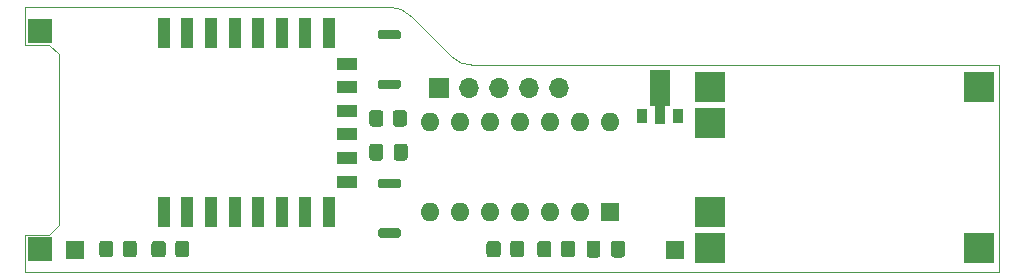
<source format=gbr>
%TF.GenerationSoftware,KiCad,Pcbnew,(5.1.7)-1*%
%TF.CreationDate,2021-11-04T21:35:45+01:00*%
%TF.ProjectId,window-sensor,77696e64-6f77-42d7-9365-6e736f722e6b,rev?*%
%TF.SameCoordinates,PX7270e00PY57bcf00*%
%TF.FileFunction,Soldermask,Top*%
%TF.FilePolarity,Negative*%
%FSLAX46Y46*%
G04 Gerber Fmt 4.6, Leading zero omitted, Abs format (unit mm)*
G04 Created by KiCad (PCBNEW (5.1.7)-1) date 2021-11-04 21:35:45*
%MOMM*%
%LPD*%
G01*
G04 APERTURE LIST*
%TA.AperFunction,Profile*%
%ADD10C,0.050000*%
%TD*%
%ADD11O,1.600000X1.600000*%
%ADD12R,1.600000X1.600000*%
%ADD13O,1.700000X1.700000*%
%ADD14R,1.700000X1.700000*%
%ADD15R,1.000000X2.500000*%
%ADD16R,1.800000X1.000000*%
%ADD17R,1.500000X1.500000*%
%ADD18R,2.540000X2.540000*%
%ADD19R,2.000000X2.000000*%
%ADD20C,0.100000*%
%ADD21R,0.900000X1.300000*%
G04 APERTURE END LIST*
D10*
X-4900000Y-4100000D02*
X-4100000Y-4900000D01*
X-4900000Y-20200000D02*
X-4100000Y-19400000D01*
X-7000000Y-23300000D02*
X-7000000Y-20200000D01*
X-4900000Y-20200000D02*
X-7000000Y-20200000D01*
X-4100000Y-4900000D02*
X-4100000Y-19400000D01*
X-7000000Y-4100000D02*
X-4900000Y-4100000D01*
X23900000Y-900000D02*
G75*
G02*
X25770760Y-1744841I-59239J-2624840D01*
G01*
X30817250Y-5799023D02*
G75*
G02*
X29210000Y-5150000I-107250J2049023D01*
G01*
X30817250Y-5799024D02*
X75500000Y-5800000D01*
X25770760Y-1744841D02*
X29210000Y-5150000D01*
X-7000000Y-4100000D02*
X-7000000Y-900000D01*
X75500000Y-23300000D02*
X-7000000Y-23300000D01*
X75500000Y-5800000D02*
X75500000Y-23300000D01*
X-7000000Y-900000D02*
X23900000Y-900000D01*
D11*
%TO.C,U3*%
X27300000Y-10680000D03*
D12*
X42540000Y-18300000D03*
D11*
X29840000Y-10680000D03*
X40000000Y-18300000D03*
X32380000Y-10680000D03*
X37460000Y-18300000D03*
X34920000Y-10680000D03*
X34920000Y-18300000D03*
X37460000Y-10680000D03*
X32380000Y-18300000D03*
X40000000Y-10680000D03*
X29840000Y-18300000D03*
X42540000Y-10680000D03*
X27300000Y-18300000D03*
%TD*%
D13*
%TO.C,J1*%
X38220000Y-7800000D03*
X35680000Y-7800000D03*
X33140000Y-7800000D03*
X30600000Y-7800000D03*
D14*
X28060000Y-7800000D03*
%TD*%
%TO.C,100nF-1*%
G36*
G01*
X42650000Y-21875000D02*
X42650000Y-20925000D01*
G75*
G02*
X42900000Y-20675000I250000J0D01*
G01*
X43575000Y-20675000D01*
G75*
G02*
X43825000Y-20925000I0J-250000D01*
G01*
X43825000Y-21875000D01*
G75*
G02*
X43575000Y-22125000I-250000J0D01*
G01*
X42900000Y-22125000D01*
G75*
G02*
X42650000Y-21875000I0J250000D01*
G01*
G37*
G36*
G01*
X40575000Y-21875000D02*
X40575000Y-20925000D01*
G75*
G02*
X40825000Y-20675000I250000J0D01*
G01*
X41500000Y-20675000D01*
G75*
G02*
X41750000Y-20925000I0J-250000D01*
G01*
X41750000Y-21875000D01*
G75*
G02*
X41500000Y-22125000I-250000J0D01*
G01*
X40825000Y-22125000D01*
G75*
G02*
X40575000Y-21875000I0J250000D01*
G01*
G37*
%TD*%
D15*
%TO.C,ESP-12E1*%
X4770000Y-3090000D03*
X6770000Y-3090000D03*
X8770000Y-3090000D03*
X10770000Y-3090000D03*
X12770000Y-3090000D03*
X14770000Y-3090000D03*
X16770000Y-3090000D03*
X18770000Y-3090000D03*
D16*
X20270000Y-5690000D03*
X20270000Y-7690000D03*
X20270000Y-9690000D03*
X20270000Y-11690000D03*
X20270000Y-13690000D03*
X20270000Y-15690000D03*
D15*
X18770000Y-18290000D03*
X16770000Y-18290000D03*
X14770000Y-18290000D03*
X12770000Y-18290000D03*
X10770000Y-18290000D03*
X8770000Y-18290000D03*
X6770000Y-18290000D03*
X4770000Y-18290000D03*
%TD*%
D17*
%TO.C,GND*%
X-2700000Y-21500000D03*
%TD*%
%TO.C,3V7*%
X48100000Y-21500000D03*
%TD*%
D18*
%TO.C,TP4056*%
X73800000Y-21300000D03*
X73800000Y-7700000D03*
X51000000Y-21300000D03*
X51000000Y-18300000D03*
X51000000Y-10700000D03*
X51000000Y-7700000D03*
%TD*%
%TO.C,10k-3*%
G36*
G01*
X4933333Y-20949999D02*
X4933333Y-21850001D01*
G75*
G02*
X4683334Y-22100000I-249999J0D01*
G01*
X3983332Y-22100000D01*
G75*
G02*
X3733333Y-21850001I0J249999D01*
G01*
X3733333Y-20949999D01*
G75*
G02*
X3983332Y-20700000I249999J0D01*
G01*
X4683334Y-20700000D01*
G75*
G02*
X4933333Y-20949999I0J-249999D01*
G01*
G37*
G36*
G01*
X6933333Y-20949999D02*
X6933333Y-21850001D01*
G75*
G02*
X6683334Y-22100000I-249999J0D01*
G01*
X5983332Y-22100000D01*
G75*
G02*
X5733333Y-21850001I0J249999D01*
G01*
X5733333Y-20949999D01*
G75*
G02*
X5983332Y-20700000I249999J0D01*
G01*
X6683334Y-20700000D01*
G75*
G02*
X6933333Y-20949999I0J-249999D01*
G01*
G37*
%TD*%
%TO.C,FLASH1*%
G36*
G01*
X24680000Y-20450000D02*
X23080000Y-20450000D01*
G75*
G02*
X22880000Y-20250000I0J200000D01*
G01*
X22880000Y-19850000D01*
G75*
G02*
X23080000Y-19650000I200000J0D01*
G01*
X24680000Y-19650000D01*
G75*
G02*
X24880000Y-19850000I0J-200000D01*
G01*
X24880000Y-20250000D01*
G75*
G02*
X24680000Y-20450000I-200000J0D01*
G01*
G37*
G36*
G01*
X24680000Y-16250000D02*
X23080000Y-16250000D01*
G75*
G02*
X22880000Y-16050000I0J200000D01*
G01*
X22880000Y-15650000D01*
G75*
G02*
X23080000Y-15450000I200000J0D01*
G01*
X24680000Y-15450000D01*
G75*
G02*
X24880000Y-15650000I0J-200000D01*
G01*
X24880000Y-16050000D01*
G75*
G02*
X24680000Y-16250000I-200000J0D01*
G01*
G37*
%TD*%
%TO.C,RESET1*%
G36*
G01*
X24680000Y-7850000D02*
X23080000Y-7850000D01*
G75*
G02*
X22880000Y-7650000I0J200000D01*
G01*
X22880000Y-7250000D01*
G75*
G02*
X23080000Y-7050000I200000J0D01*
G01*
X24680000Y-7050000D01*
G75*
G02*
X24880000Y-7250000I0J-200000D01*
G01*
X24880000Y-7650000D01*
G75*
G02*
X24680000Y-7850000I-200000J0D01*
G01*
G37*
G36*
G01*
X24680000Y-3650000D02*
X23080000Y-3650000D01*
G75*
G02*
X22880000Y-3450000I0J200000D01*
G01*
X22880000Y-3050000D01*
G75*
G02*
X23080000Y-2850000I200000J0D01*
G01*
X24680000Y-2850000D01*
G75*
G02*
X24880000Y-3050000I0J-200000D01*
G01*
X24880000Y-3450000D01*
G75*
G02*
X24680000Y-3650000I-200000J0D01*
G01*
G37*
%TD*%
D19*
%TO.C,REED1*%
X-5700000Y-21360000D03*
X-5700000Y-2920000D03*
%TD*%
%TO.C,10k-2*%
G36*
G01*
X39600000Y-20949999D02*
X39600000Y-21850001D01*
G75*
G02*
X39350001Y-22100000I-249999J0D01*
G01*
X38649999Y-22100000D01*
G75*
G02*
X38400000Y-21850001I0J249999D01*
G01*
X38400000Y-20949999D01*
G75*
G02*
X38649999Y-20700000I249999J0D01*
G01*
X39350001Y-20700000D01*
G75*
G02*
X39600000Y-20949999I0J-249999D01*
G01*
G37*
G36*
G01*
X37600000Y-20949999D02*
X37600000Y-21850001D01*
G75*
G02*
X37350001Y-22100000I-249999J0D01*
G01*
X36649999Y-22100000D01*
G75*
G02*
X36400000Y-21850001I0J249999D01*
G01*
X36400000Y-20949999D01*
G75*
G02*
X36649999Y-20700000I249999J0D01*
G01*
X37350001Y-20700000D01*
G75*
G02*
X37600000Y-20949999I0J-249999D01*
G01*
G37*
%TD*%
%TO.C,10k-1*%
G36*
G01*
X32100000Y-21850001D02*
X32100000Y-20949999D01*
G75*
G02*
X32349999Y-20700000I249999J0D01*
G01*
X33050001Y-20700000D01*
G75*
G02*
X33300000Y-20949999I0J-249999D01*
G01*
X33300000Y-21850001D01*
G75*
G02*
X33050001Y-22100000I-249999J0D01*
G01*
X32349999Y-22100000D01*
G75*
G02*
X32100000Y-21850001I0J249999D01*
G01*
G37*
G36*
G01*
X34100000Y-21850001D02*
X34100000Y-20949999D01*
G75*
G02*
X34349999Y-20700000I249999J0D01*
G01*
X35050001Y-20700000D01*
G75*
G02*
X35300000Y-20949999I0J-249999D01*
G01*
X35300000Y-21850001D01*
G75*
G02*
X35050001Y-22100000I-249999J0D01*
G01*
X34349999Y-22100000D01*
G75*
G02*
X34100000Y-21850001I0J249999D01*
G01*
G37*
%TD*%
%TO.C,1M-1*%
G36*
G01*
X-700000Y-21850001D02*
X-700000Y-20949999D01*
G75*
G02*
X-450001Y-20700000I249999J0D01*
G01*
X250001Y-20700000D01*
G75*
G02*
X500000Y-20949999I0J-249999D01*
G01*
X500000Y-21850001D01*
G75*
G02*
X250001Y-22100000I-249999J0D01*
G01*
X-450001Y-22100000D01*
G75*
G02*
X-700000Y-21850001I0J249999D01*
G01*
G37*
G36*
G01*
X1300000Y-21850001D02*
X1300000Y-20949999D01*
G75*
G02*
X1549999Y-20700000I249999J0D01*
G01*
X2250001Y-20700000D01*
G75*
G02*
X2500000Y-20949999I0J-249999D01*
G01*
X2500000Y-21850001D01*
G75*
G02*
X2250001Y-22100000I-249999J0D01*
G01*
X1549999Y-22100000D01*
G75*
G02*
X1300000Y-21850001I0J249999D01*
G01*
G37*
%TD*%
D20*
%TO.C,HT7333*%
G36*
X47666500Y-6200000D02*
G01*
X47666500Y-9325000D01*
X47250000Y-9325000D01*
X47250000Y-10800000D01*
X46350000Y-10800000D01*
X46350000Y-9325000D01*
X45933500Y-9325000D01*
X45933500Y-6200000D01*
X47666500Y-6200000D01*
G37*
D21*
X48300000Y-10150000D03*
X45300000Y-10150000D03*
%TD*%
%TO.C,10k-4*%
G36*
G01*
X23370000Y-9883332D02*
X23370000Y-10783334D01*
G75*
G02*
X23120001Y-11033333I-249999J0D01*
G01*
X22419999Y-11033333D01*
G75*
G02*
X22170000Y-10783334I0J249999D01*
G01*
X22170000Y-9883332D01*
G75*
G02*
X22419999Y-9633333I249999J0D01*
G01*
X23120001Y-9633333D01*
G75*
G02*
X23370000Y-9883332I0J-249999D01*
G01*
G37*
G36*
G01*
X25370000Y-9883332D02*
X25370000Y-10783334D01*
G75*
G02*
X25120001Y-11033333I-249999J0D01*
G01*
X24419999Y-11033333D01*
G75*
G02*
X24170000Y-10783334I0J249999D01*
G01*
X24170000Y-9883332D01*
G75*
G02*
X24419999Y-9633333I249999J0D01*
G01*
X25120001Y-9633333D01*
G75*
G02*
X25370000Y-9883332I0J-249999D01*
G01*
G37*
%TD*%
%TO.C,100nF-2*%
G36*
G01*
X22175000Y-13671666D02*
X22175000Y-12721666D01*
G75*
G02*
X22425000Y-12471666I250000J0D01*
G01*
X23100000Y-12471666D01*
G75*
G02*
X23350000Y-12721666I0J-250000D01*
G01*
X23350000Y-13671666D01*
G75*
G02*
X23100000Y-13921666I-250000J0D01*
G01*
X22425000Y-13921666D01*
G75*
G02*
X22175000Y-13671666I0J250000D01*
G01*
G37*
G36*
G01*
X24250000Y-13671666D02*
X24250000Y-12721666D01*
G75*
G02*
X24500000Y-12471666I250000J0D01*
G01*
X25175000Y-12471666D01*
G75*
G02*
X25425000Y-12721666I0J-250000D01*
G01*
X25425000Y-13671666D01*
G75*
G02*
X25175000Y-13921666I-250000J0D01*
G01*
X24500000Y-13921666D01*
G75*
G02*
X24250000Y-13671666I0J250000D01*
G01*
G37*
%TD*%
M02*

</source>
